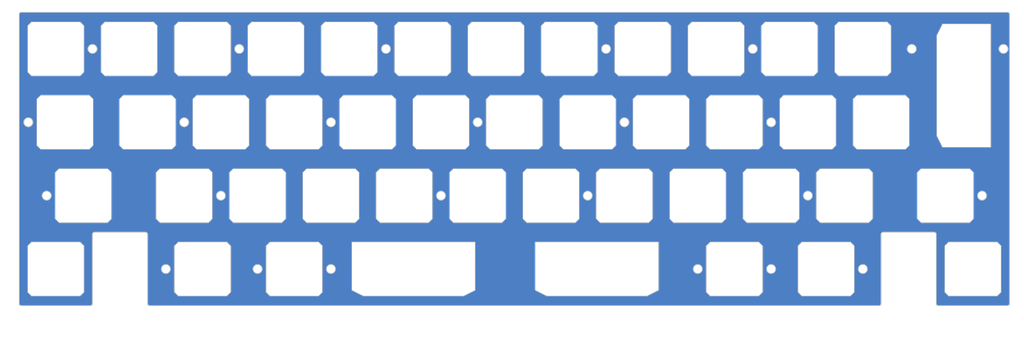
<source format=kicad_pcb>
(kicad_pcb (version 20221018) (generator pcbnew)
  (layers (0 "F.Cu" signal) (31 "B.Cu" signal) (34 "B.Paste" user) (35 "F.Paste" user) (36 "B.SilkS" user "B.Silkscreen") (37 "F.SilkS" user "F.Silkscreen") (38 "B.Mask" user) (39 "F.Mask" user) (44 "Edge.Cuts" user))
  (net 0 "")
  (net 1 "GND")
  (footprint "cipulot_parts:ecs_plate_cut_1U" (layer "F.Cu") (at 227.0125 91.28125)
    (fp_text reference "REF**")
    (fp_text value "Value " hide)
    (fp_line (start -7.3 -6) (end -7.3 6) (stroke (width 0.12)) (layer "Edge.Cuts"))
    (fp_line (start -7.3 6) (end -6.3 7) (stroke (width 0.12)) (layer "Edge.Cuts"))
    (fp_line (start -6.3 -7) (end -7.3 -6) (stroke (width 0.12)) (layer "Edge.Cuts"))
    (fp_line (start -6.3 7) (end 6.3 7) (stroke (width 0.12)) (layer "Edge.Cuts"))
    (fp_line (start 6.3 -7) (end -6.3 -7) (stroke (width 0.12)) (layer "Edge.Cuts"))
    (fp_line (start 6.3 -7) (end 7.3 -6) (stroke (width 0.12)) (layer "Edge.Cuts"))
    (fp_line (start 6.3 7) (end 7.3 6) (stroke (width 0.12)) (layer "Edge.Cuts"))
    (fp_line (start 7.3 6) (end 7.3 -6) (stroke (width 0.12)) (layer "Edge.Cuts"))
  )
  (footprint "cipulot_parts:ecs_plate_cut_2U" (layer "F.Cu") (at 167.48125 91.28125)
    (fp_text reference "REF**")
    (fp_text value "Value " hide)
    (fp_line (start -16 -7) (end 16 -7) (stroke (width 0.12)) (layer "Edge.Cuts"))
    (fp_line (start -16 0) (end -16 -7) (stroke (width 0.12)) (layer "Edge.Cuts"))
    (fp_line (start -16 0) (end -16 5.5) (stroke (width 0.12)) (layer "Edge.Cuts"))
    (fp_line (start -16 5.5) (end -13 7) (stroke (width 0.12)) (layer "Edge.Cuts"))
    (fp_line (start 13 7) (end -13 7) (stroke (width 0.12)) (layer "Edge.Cuts"))
    (fp_line (start 16 -7) (end 16 0) (stroke (width 0.12)) (layer "Edge.Cuts"))
    (fp_line (start 16 0) (end 16 5.5) (stroke (width 0.12)) (layer "Edge.Cuts"))
    (fp_line (start 16 5.5) (end 13 7) (stroke (width 0.12)) (layer "Edge.Cuts"))
  )
  (footprint "cipulot_parts:ecs_plate_cut_1U" (layer "F.Cu") (at 26.9875 91.28125)
    (fp_text reference "REF**")
    (fp_text value "Value " hide)
    (fp_line (start -7.3 -6) (end -7.3 6) (stroke (width 0.12)) (layer "Edge.Cuts"))
    (fp_line (start -7.3 6) (end -6.3 7) (stroke (width 0.12)) (layer "Edge.Cuts"))
    (fp_line (start -6.3 -7) (end -7.3 -6) (stroke (width 0.12)) (layer "Edge.Cuts"))
    (fp_line (start -6.3 7) (end 6.3 7) (stroke (width 0.12)) (layer "Edge.Cuts"))
    (fp_line (start 6.3 -7) (end -6.3 -7) (stroke (width 0.12)) (layer "Edge.Cuts"))
    (fp_line (start 6.3 -7) (end 7.3 -6) (stroke (width 0.12)) (layer "Edge.Cuts"))
    (fp_line (start 6.3 7) (end 7.3 6) (stroke (width 0.12)) (layer "Edge.Cuts"))
    (fp_line (start 7.3 6) (end 7.3 -6) (stroke (width 0.12)) (layer "Edge.Cuts"))
  )
  (footprint "cipulot_parts:ecs_plate_cut_1U" (layer "F.Cu") (at 136.525 72.23125)
    (fp_text reference "REF**")
    (fp_text value "Value " hide)
    (fp_line (start -7.3 -6) (end -7.3 6) (stroke (width 0.12)) (layer "Edge.Cuts"))
    (fp_line (start -7.3 6) (end -6.3 7) (stroke (width 0.12)) (layer "Edge.Cuts"))
    (fp_line (start -6.3 -7) (end -7.3 -6) (stroke (width 0.12)) (layer "Edge.Cuts"))
    (fp_line (start -6.3 7) (end 6.3 7) (stroke (width 0.12)) (layer "Edge.Cuts"))
    (fp_line (start 6.3 -7) (end -6.3 -7) (stroke (width 0.12)) (layer "Edge.Cuts"))
    (fp_line (start 6.3 -7) (end 7.3 -6) (stroke (width 0.12)) (layer "Edge.Cuts"))
    (fp_line (start 6.3 7) (end 7.3 6) (stroke (width 0.12)) (layer "Edge.Cuts"))
    (fp_line (start 7.3 6) (end 7.3 -6) (stroke (width 0.12)) (layer "Edge.Cuts"))
  )
  (footprint "cipulot_parts:ecs_plate_cut_2U" (layer "F.Cu") (at 119.85625 91.28125)
    (fp_text reference "REF**")
    (fp_text value "Value " hide)
    (fp_line (start -16 -7) (end 16 -7) (stroke (width 0.12)) (layer "Edge.Cuts"))
    (fp_line (start -16 0) (end -16 -7) (stroke (width 0.12)) (layer "Edge.Cuts"))
    (fp_line (start -16 0) (end -16 5.5) (stroke (width 0.12)) (layer "Edge.Cuts"))
    (fp_line (start -16 5.5) (end -13 7) (stroke (width 0.12)) (layer "Edge.Cuts"))
    (fp_line (start 13 7) (end -13 7) (stroke (width 0.12)) (layer "Edge.Cuts"))
    (fp_line (start 16 -7) (end 16 0) (stroke (width 0.12)) (layer "Edge.Cuts"))
    (fp_line (start 16 0) (end 16 5.5) (stroke (width 0.12)) (layer "Edge.Cuts"))
    (fp_line (start 16 5.5) (end 13 7) (stroke (width 0.12)) (layer "Edge.Cuts"))
  )
  (footprint "cipulot_parts:ecs_plate_cut_1U" (layer "F.Cu") (at 146.05 53.18125)
    (fp_text reference "REF**")
    (fp_text value "Value " hide)
    (fp_line (start -7.3 -6) (end -7.3 6) (stroke (width 0.12)) (layer "Edge.Cuts"))
    (fp_line (start -7.3 6) (end -6.3 7) (stroke (width 0.12)) (layer "Edge.Cuts"))
    (fp_line (start -6.3 -7) (end -7.3 -6) (stroke (width 0.12)) (layer "Edge.Cuts"))
    (fp_line (start -6.3 7) (end 6.3 7) (stroke (width 0.12)) (layer "Edge.Cuts"))
    (fp_line (start 6.3 -7) (end -6.3 -7) (stroke (width 0.12)) (layer "Edge.Cuts"))
    (fp_line (start 6.3 -7) (end 7.3 -6) (stroke (width 0.12)) (layer "Edge.Cuts"))
    (fp_line (start 6.3 7) (end 7.3 6) (stroke (width 0.12)) (layer "Edge.Cuts"))
    (fp_line (start 7.3 6) (end 7.3 -6) (stroke (width 0.12)) (layer "Edge.Cuts"))
  )
  (footprint "cipulot_parts:ecs_plate_cut_1U" (layer "F.Cu") (at 46.0375 34.13125)
    (fp_text reference "REF**")
    (fp_text value "Value " hide)
    (fp_line (start -7.3 -6) (end -7.3 6) (stroke (width 0.12)) (layer "Edge.Cuts"))
    (fp_line (start -7.3 6) (end -6.3 7) (stroke (width 0.12)) (layer "Edge.Cuts"))
    (fp_line (start -6.3 -7) (end -7.3 -6) (stroke (width 0.12)) (layer "Edge.Cuts"))
    (fp_line (start -6.3 7) (end 6.3 7) (stroke (width 0.12)) (layer "Edge.Cuts"))
    (fp_line (start 6.3 -7) (end -6.3 -7) (stroke (width 0.12)) (layer "Edge.Cuts"))
    (fp_line (start 6.3 -7) (end 7.3 -6) (stroke (width 0.12)) (layer "Edge.Cuts"))
    (fp_line (start 6.3 7) (end 7.3 6) (stroke (width 0.12)) (layer "Edge.Cuts"))
    (fp_line (start 7.3 6) (end 7.3 -6) (stroke (width 0.12)) (layer "Edge.Cuts"))
  )
  (footprint "cipulot_parts:ecs_plate_cut_1U" (layer "F.Cu") (at 79.375 72.23125)
    (fp_text reference "REF**")
    (fp_text value "Value " hide)
    (fp_line (start -7.3 -6) (end -7.3 6) (stroke (width 0.12)) (layer "Edge.Cuts"))
    (fp_line (start -7.3 6) (end -6.3 7) (stroke (width 0.12)) (layer "Edge.Cuts"))
    (fp_line (start -6.3 -7) (end -7.3 -6) (stroke (width 0.12)) (layer "Edge.Cuts"))
    (fp_line (start -6.3 7) (end 6.3 7) (stroke (width 0.12)) (layer "Edge.Cuts"))
    (fp_line (start 6.3 -7) (end -6.3 -7) (stroke (width 0.12)) (layer "Edge.Cuts"))
    (fp_line (start 6.3 -7) (end 7.3 -6) (stroke (width 0.12)) (layer "Edge.Cuts"))
    (fp_line (start 6.3 7) (end 7.3 6) (stroke (width 0.12)) (layer "Edge.Cuts"))
    (fp_line (start 7.3 6) (end 7.3 -6) (stroke (width 0.12)) (layer "Edge.Cuts"))
  )
  (footprint "cipulot_parts:ecs_plate_cut_1U" (layer "F.Cu") (at 88.9 53.18125)
    (fp_text reference "REF**")
    (fp_text value "Value " hide)
    (fp_line (start -7.3 -6) (end -7.3 6) (stroke (width 0.12)) (layer "Edge.Cuts"))
    (fp_line (start -7.3 6) (end -6.3 7) (stroke (width 0.12)) (layer "Edge.Cuts"))
    (fp_line (start -6.3 -7) (end -7.3 -6) (stroke (width 0.12)) (layer "Edge.Cuts"))
    (fp_line (start -6.3 7) (end 6.3 7) (stroke (width 0.12)) (layer "Edge.Cuts"))
    (fp_line (start 6.3 -7) (end -6.3 -7) (stroke (width 0.12)) (layer "Edge.Cuts"))
    (fp_line (start 6.3 -7) (end 7.3 -6) (stroke (width 0.12)) (layer "Edge.Cuts"))
    (fp_line (start 6.3 7) (end 7.3 6) (stroke (width 0.12)) (layer "Edge.Cuts"))
    (fp_line (start 7.3 6) (end 7.3 -6) (stroke (width 0.12)) (layer "Edge.Cuts"))
  )
  (footprint "cipulot_parts:ecs_plate_cut_1U" (layer "F.Cu") (at 127 53.18125)
    (fp_text reference "REF**")
    (fp_text value "Value " hide)
    (fp_line (start -7.3 -6) (end -7.3 6) (stroke (width 0.12)) (layer "Edge.Cuts"))
    (fp_line (start -7.3 6) (end -6.3 7) (stroke (width 0.12)) (layer "Edge.Cuts"))
    (fp_line (start -6.3 -7) (end -7.3 -6) (stroke (width 0.12)) (layer "Edge.Cuts"))
    (fp_line (start -6.3 7) (end 6.3 7) (stroke (width 0.12)) (layer "Edge.Cuts"))
    (fp_line (start 6.3 -7) (end -6.3 -7) (stroke (width 0.12)) (layer "Edge.Cuts"))
    (fp_line (start 6.3 -7) (end 7.3 -6) (stroke (width 0.12)) (layer "Edge.Cuts"))
    (fp_line (start 6.3 7) (end 7.3 6) (stroke (width 0.12)) (layer "Edge.Cuts"))
    (fp_line (start 7.3 6) (end 7.3 -6) (stroke (width 0.12)) (layer "Edge.Cuts"))
  )
  (footprint "cipulot_parts:ecs_plate_cut_1U" (layer "F.Cu") (at 198.4375 34.13125)
    (fp_text reference "REF**")
    (fp_text value "Value " hide)
    (fp_line (start -7.3 -6) (end -7.3 6) (stroke (width 0.12)) (layer "Edge.Cuts"))
    (fp_line (start -7.3 6) (end -6.3 7) (stroke (width 0.12)) (layer "Edge.Cuts"))
    (fp_line (start -6.3 -7) (end -7.3 -6) (stroke (width 0.12)) (layer "Edge.Cuts"))
    (fp_line (start -6.3 7) (end 6.3 7) (stroke (width 0.12)) (layer "Edge.Cuts"))
    (fp_line (start 6.3 -7) (end -6.3 -7) (stroke (width 0.12)) (layer "Edge.Cuts"))
    (fp_line (start 6.3 -7) (end 7.3 -6) (stroke (width 0.12)) (layer "Edge.Cuts"))
    (fp_line (start 6.3 7) (end 7.3 6) (stroke (width 0.12)) (layer "Edge.Cuts"))
    (fp_line (start 7.3 6) (end 7.3 -6) (stroke (width 0.12)) (layer "Edge.Cuts"))
  )
  (footprint "cipulot_parts:ecs_plate_cut_1U" (layer "F.Cu") (at 203.2 53.18125)
    (fp_text reference "REF**")
    (fp_text value "Value " hide)
    (fp_line (start -7.3 -6) (end -7.3 6) (stroke (width 0.12)) (layer "Edge.Cuts"))
    (fp_line (start -7.3 6) (end -6.3 7) (stroke (width 0.12)) (layer "Edge.Cuts"))
    (fp_line (start -6.3 -7) (end -7.3 -6) (stroke (width 0.12)) (layer "Edge.Cuts"))
    (fp_line (start -6.3 7) (end 6.3 7) (stroke (width 0.12)) (layer "Edge.Cuts"))
    (fp_line (start 6.3 -7) (end -6.3 -7) (stroke (width 0.12)) (layer "Edge.Cuts"))
    (fp_line (start 6.3 -7) (end 7.3 -6) (stroke (width 0.12)) (layer "Edge.Cuts"))
    (fp_line (start 6.3 7) (end 7.3 6) (stroke (width 0.12)) (layer "Edge.Cuts"))
    (fp_line (start 7.3 6) (end 7.3 -6) (stroke (width 0.12)) (layer "Edge.Cuts"))
  )
  (footprint "cipulot_parts:ecs_plate_cut_1U" (layer "F.Cu") (at 165.1 53.18125)
    (fp_text reference "REF**")
    (fp_text value "Value " hide)
    (fp_line (start -7.3 -6) (end -7.3 6) (stroke (width 0.12)) (layer "Edge.Cuts"))
    (fp_line (start -7.3 6) (end -6.3 7) (stroke (width 0.12)) (layer "Edge.Cuts"))
    (fp_line (start -6.3 -7) (end -7.3 -6) (stroke (width 0.12)) (layer "Edge.Cuts"))
    (fp_line (start -6.3 7) (end 6.3 7) (stroke (width 0.12)) (layer "Edge.Cuts"))
    (fp_line (start 6.3 -7) (end -6.3 -7) (stroke (width 0.12)) (layer "Edge.Cuts"))
    (fp_line (start 6.3 -7) (end 7.3 -6) (stroke (width 0.12)) (layer "Edge.Cuts"))
    (fp_line (start 6.3 7) (end 7.3 6) (stroke (width 0.12)) (layer "Edge.Cuts"))
    (fp_line (start 7.3 6) (end 7.3 -6) (stroke (width 0.12)) (layer "Edge.Cuts"))
  )
  (footprint "cipulot_parts:ecs_plate_cut_1U" (layer "F.Cu") (at 217.4875 34.13125)
    (fp_text reference "REF**")
    (fp_text value "Value " hide)
    (fp_line (start -7.3 -6) (end -7.3 6) (stroke (width 0.12)) (layer "Edge.Cuts"))
    (fp_line (start -7.3 6) (end -6.3 7) (stroke (width 0.12)) (layer "Edge.Cuts"))
    (fp_line (start -6.3 -7) (end -7.3 -6) (stroke (width 0.12)) (layer "Edge.Cuts"))
    (fp_line (start -6.3 7) (end 6.3 7) (stroke (width 0.12)) (layer "Edge.Cuts"))
    (fp_line (start 6.3 -7) (end -6.3 -7) (stroke (width 0.12)) (layer "Edge.Cuts"))
    (fp_line (start 6.3 -7) (end 7.3 -6) (stroke (width 0.12)) (layer "Edge.Cuts"))
    (fp_line (start 6.3 7) (end 7.3 6) (stroke (width 0.12)) (layer "Edge.Cuts"))
    (fp_line (start 7.3 6) (end 7.3 -6) (stroke (width 0.12)) (layer "Edge.Cuts"))
  )
  (footprint "cipulot_parts:ecs_plate_cut_1U" (layer "F.Cu") (at 117.475 72.23125)
    (fp_text reference "REF**")
    (fp_text value "Value " hide)
    (fp_line (start -7.3 -6) (end -7.3 6) (stroke (width 0.12)) (layer "Edge.Cuts"))
    (fp_line (start -7.3 6) (end -6.3 7) (stroke (width 0.12)) (layer "Edge.Cuts"))
    (fp_line (start -6.3 -7) (end -7.3 -6) (stroke (width 0.12)) (layer "Edge.Cuts"))
    (fp_line (start -6.3 7) (end 6.3 7) (stroke (width 0.12)) (layer "Edge.Cuts"))
    (fp_line (start 6.3 -7) (end -6.3 -7) (stroke (width 0.12)) (layer "Edge.Cuts"))
    (fp_line (start 6.3 -7) (end 7.3 -6) (stroke (width 0.12)) (layer "Edge.Cuts"))
    (fp_line (start 6.3 7) (end 7.3 6) (stroke (width 0.12)) (layer "Edge.Cuts"))
    (fp_line (start 7.3 6) (end 7.3 -6) (stroke (width 0.12)) (layer "Edge.Cuts"))
  )
  (footprint "cipulot_parts:ecs_plate_cut_1U" (layer "F.Cu") (at 84.137501 34.13125)
    (fp_text reference "REF**")
    (fp_text value "Value " hide)
    (fp_line (start -7.3 -6) (end -7.3 6) (stroke (width 0.12)) (layer "Edge.Cuts"))
    (fp_line (start -7.3 6) (end -6.3 7) (stroke (width 0.12)) (layer "Edge.Cuts"))
    (fp_line (start -6.3 -7) (end -7.3 -6) (stroke (width 0.12)) (layer "Edge.Cuts"))
    (fp_line (start -6.3 7) (end 6.3 7) (stroke (width 0.12)) (layer "Edge.Cuts"))
    (fp_line (start 6.3 -7) (end -6.3 -7) (stroke (width 0.12)) (layer "Edge.Cuts"))
    (fp_line (start 6.3 -7) (end 7.3 -6) (stroke (width 0.12)) (layer "Edge.Cuts"))
    (fp_line (start 6.3 7) (end 7.3 6) (stroke (width 0.12)) (layer "Edge.Cuts"))
    (fp_line (start 7.3 6) (end 7.3 -6) (stroke (width 0.12)) (layer "Edge.Cuts"))
  )
  (footprint "cipulot_parts:ecs_plate_cut_1U" (layer "F.Cu") (at 34.13125 72.23125)
    (fp_text reference "REF**")
    (fp_text value "Value " hide)
    (fp_line (start -7.3 -6) (end -7.3 6) (stroke (width 0.12)) (layer "Edge.Cuts"))
    (fp_line (start -7.3 6) (end -6.3 7) (stroke (width 0.12)) (layer "Edge.Cuts"))
    (fp_line (start -6.3 -7) (end -7.3 -6) (stroke (width 0.12)) (layer "Edge.Cuts"))
    (fp_line (start -6.3 7) (end 6.3 7) (stroke (width 0.12)) (layer "Edge.Cuts"))
    (fp_line (start 6.3 -7) (end -6.3 -7) (stroke (width 0.12)) (layer "Edge.Cuts"))
    (fp_line (start 6.3 -7) (end 7.3 -6) (stroke (width 0.12)) (layer "Edge.Cuts"))
    (fp_line (start 6.3 7) (end 7.3 6) (stroke (width 0.12)) (layer "Edge.Cuts"))
    (fp_line (start 7.3 6) (end 7.3 -6) (stroke (width 0.12)) (layer "Edge.Cuts"))
  )
  (footprint "cipulot_parts:ecs_plate_cut_1U" (layer "F.Cu") (at 155.575 72.23125)
    (fp_text reference "REF**")
    (fp_text value "Value " hide)
    (fp_line (start -7.3 -6) (end -7.3 6) (stroke (width 0.12)) (layer "Edge.Cuts"))
    (fp_line (start -7.3 6) (end -6.3 7) (stroke (width 0.12)) (layer "Edge.Cuts"))
    (fp_line (start -6.3 -7) (end -7.3 -6) (stroke (width 0.12)) (layer "Edge.Cuts"))
    (fp_line (start -6.3 7) (end 6.3 7) (stroke (width 0.12)) (layer "Edge.Cuts"))
    (fp_line (start 6.3 -7) (end -6.3 -7) (stroke (width 0.12)) (layer "Edge.Cuts"))
    (fp_line (start 6.3 -7) (end 7.3 -6) (stroke (width 0.12)) (layer "Edge.Cuts"))
    (fp_line (start 6.3 7) (end 7.3 6) (stroke (width 0.12)) (layer "Edge.Cuts"))
    (fp_line (start 7.3 6) (end 7.3 -6) (stroke (width 0.12)) (layer "Edge.Cuts"))
  )
  (footprint "cipulot_parts:ecs_plate_cut_1U" (layer "F.Cu") (at 60.325 72.23125)
    (fp_text reference "REF**")
    (fp_text value "Value " hide)
    (fp_line (start -7.3 -6) (end -7.3 6) (stroke (width 0.12)) (layer "Edge.Cuts"))
    (fp_line (start -7.3 6) (end -6.3 7) (stroke (width 0.12)) (layer "Edge.Cuts"))
    (fp_line (start -6.3 -7) (end -7.3 -6) (stroke (width 0.12)) (layer "Edge.Cuts"))
    (fp_line (start -6.3 7) (end 6.3 7) (stroke (width 0.12)) (layer "Edge.Cuts"))
    (fp_line (start 6.3 -7) (end -6.3 -7) (stroke (width 0.12)) (layer "Edge.Cuts"))
    (fp_line (start 6.3 -7) (end 7.3 -6) (stroke (width 0.12)) (layer "Edge.Cuts"))
    (fp_line (start 6.3 7) (end 7.3 6) (stroke (width 0.12)) (layer "Edge.Cuts"))
    (fp_line (start 7.3 6) (end 7.3 -6) (stroke (width 0.12)) (layer "Edge.Cuts"))
  )
  (footprint "cipulot_parts:ecs_plate_cut_1U" (layer "F.Cu") (at 50.8 53.18125)
    (fp_text reference "REF**")
    (fp_text value "Value " hide)
    (fp_line (start -7.3 -6) (end -7.3 6) (stroke (width 0.12)) (layer "Edge.Cuts"))
    (fp_line (start -7.3 6) (end -6.3 7) (stroke (width 0.12)) (layer "Edge.Cuts"))
    (fp_line (start -6.3 -7) (end -7.3 -6) (stroke (width 0.12)) (layer "Edge.Cuts"))
    (fp_line (start -6.3 7) (end 6.3 7) (stroke (width 0.12)) (layer "Edge.Cuts"))
    (fp_line (start 6.3 -7) (end -6.3 -7) (stroke (width 0.12)) (layer "Edge.Cuts"))
    (fp_line (start 6.3 -7) (end 7.3 -6) (stroke (width 0.12)) (layer "Edge.Cuts"))
    (fp_line (start 6.3 7) (end 7.3 6) (stroke (width 0.12)) (layer "Edge.Cuts"))
    (fp_line (start 7.3 6) (end 7.3 -6) (stroke (width 0.12)) (layer "Edge.Cuts"))
  )
  (footprint "cipulot_parts:ecs_plate_cut_1U" (layer "F.Cu") (at 107.95 53.18125)
    (fp_text reference "REF**")
    (fp_text value "Value " hide)
    (fp_line (start -7.3 -6) (end -7.3 6) (stroke (width 0.12)) (layer "Edge.Cuts"))
    (fp_line (start -7.3 6) (end -6.3 7) (stroke (width 0.12)) (layer "Edge.Cuts"))
    (fp_line (start -6.3 -7) (end -7.3 -6) (stroke (width 0.12)) (layer "Edge.Cuts"))
    (fp_line (start -6.3 7) (end 6.3 7) (stroke (width 0.12)) (layer "Edge.Cuts"))
    (fp_line (start 6.3 -7) (end -6.3 -7) (stroke (width 0.12)) (layer "Edge.Cuts"))
    (fp_line (start 6.3 -7) (end 7.3 -6) (stroke (width 0.12)) (layer "Edge.Cuts"))
    (fp_line (start 6.3 7) (end 7.3 6) (stroke (width 0.12)) (layer "Edge.Cuts"))
    (fp_line (start 7.3 6) (end 7.3 -6) (stroke (width 0.12)) (layer "Edge.Cuts"))
  )
  (footprint "cipulot_parts:ecs_plate_cut_1U" (layer "F.Cu") (at 65.0875 34.13125)
    (fp_text reference "REF**")
    (fp_text value "Value " hide)
    (fp_line (start -7.3 -6) (end -7.3 6) (stroke (width 0.12)) (layer "Edge.Cuts"))
    (fp_line (start -7.3 6) (end -6.3 7) (stroke (width 0.12)) (layer "Edge.Cuts"))
    (fp_line (start -6.3 -7) (end -7.3 -6) (stroke (width 0.12)) (layer "Edge.Cuts"))
    (fp_line (start -6.3 7) (end 6.3 7) (stroke (width 0.12)) (layer "Edge.Cuts"))
    (fp_line (start 6.3 -7) (end -6.3 -7) (stroke (width 0.12)) (layer "Edge.Cuts"))
    (fp_line (start 6.3 -7) (end 7.3 -6) (stroke (width 0.12)) (layer "Edge.Cuts"))
    (fp_line (start 6.3 7) (end 7.3 6) (stroke (width 0.12)) (layer "Edge.Cuts"))
    (fp_line (start 7.3 6) (end 7.3 -6) (stroke (width 0.12)) (layer "Edge.Cuts"))
  )
  (footprint "cipulot_parts:ecs_plate_cut_1U" (layer "F.Cu") (at 141.2875 34.13125)
    (fp_text reference "REF**")
    (fp_text value "Value " hide)
    (fp_line (start -7.3 -6) (end -7.3 6) (stroke (width 0.12)) (layer "Edge.Cuts"))
    (fp_line (start -7.3 6) (end -6.3 7) (stroke (width 0.12)) (layer "Edge.Cuts"))
    (fp_line (start -6.3 -7) (end -7.3 -6) (stroke (width 0.12)) (layer "Edge.Cuts"))
    (fp_line (start -6.3 7) (end 6.3 7) (stroke (width 0.12)) (layer "Edge.Cuts"))
    (fp_line (start 6.3 -7) (end -6.3 -7) (stroke (width 0.12)) (layer "Edge.Cuts"))
    (fp_line (start 6.3 -7) (end 7.3 -6) (stroke (width 0.12)) (layer "Edge.Cuts"))
    (fp_line (start 6.3 7) (end 7.3 6) (stroke (width 0.12)) (layer "Edge.Cuts"))
    (fp_line (start 7.3 6) (end 7.3 -6) (stroke (width 0.12)) (layer "Edge.Cuts"))
  )
  (footprint "cipulot_parts:ecs_plate_cut_1U" (layer "F.Cu") (at 29.36875 53.18125)
    (fp_text reference "REF**")
    (fp_text value "Value " hide)
    (fp_line (start -7.3 -6) (end -7.3 6) (stroke (width 0.12)) (layer "Edge.Cuts"))
    (fp_line (start -7.3 6) (end -6.3 7) (stroke (width 0.12)) (layer "Edge.Cuts"))
    (fp_line (start -6.3 -7) (end -7.3 -6) (stroke (width 0.12)) (layer "Edge.Cuts"))
    (fp_line (start -6.3 7) (end 6.3 7) (stroke (width 0.12)) (layer "Edge.Cuts"))
    (fp_line (start 6.3 -7) (end -6.3 -7) (stroke (width 0.12)) (layer "Edge.Cuts"))
    (fp_line (start 6.3 -7) (end 7.3 -6) (stroke (width 0.12)) (layer "Edge.Cuts"))
    (fp_line (start 6.3 7) (end 7.3 6) (stroke (width 0.12)) (layer "Edge.Cuts"))
    (fp_line (start 7.3 6) (end 7.3 -6) (stroke (width 0.12)) (layer "Edge.Cuts"))
  )
  (footprint "cipulot_parts:ecs_plate_cut_1U" (layer "F.Cu") (at 160.3375 34.13125)
    (fp_text reference "REF**")
    (fp_text value "Value " hide)
    (fp_line (start -7.3 -6) (end -7.3 6) (stroke (width 0.12)) (layer "Edge.Cuts"))
    (fp_line (start -7.3 6) (end -6.3 7) (stroke (width 0.12)) (layer "Edge.Cuts"))
    (fp_line (start -6.3 -7) (end -7.3 -6) (stroke (width 0.12)) (layer "Edge.Cuts"))
    (fp_line (start -6.3 7) (end 6.3 7) (stroke (width 0.12)) (layer "Edge.Cuts"))
    (fp_line (start 6.3 -7) (end -6.3 -7) (stroke (width 0.12)) (layer "Edge.Cuts"))
    (fp_line (start 6.3 -7) (end 7.3 -6) (stroke (width 0.12)) (layer "Edge.Cuts"))
    (fp_line (start 6.3 7) (end 7.3 6) (stroke (width 0.12)) (layer "Edge.Cuts"))
    (fp_line (start 7.3 6) (end 7.3 -6) (stroke (width 0.12)) (layer "Edge.Cuts"))
  )
  (footprint "cipulot_parts:ecs_plate_cut_1U" (layer "F.Cu") (at 122.2375 34.13125)
    (fp_text reference "REF**")
    (fp_text value "Value " hide)
    (fp_line (start -7.3 -6) (end -7.3 6) (stroke (width 0.12)) (layer "Edge.Cuts"))
    (fp_line (start -7.3 6) (end -6.3 7) (stroke (width 0.12)) (layer "Edge.Cuts"))
    (fp_line (start -6.3 -7) (end -7.3 -6) (stroke (width 0.12)) (layer "Edge.Cuts"))
    (fp_line (start -6.3 7) (end 6.3 7) (stroke (width 0.12)) (layer "Edge.Cuts"))
    (fp_line (start 6.3 -7) (end -6.3 -7) (stroke (width 0.12)) (layer "Edge.Cuts"))
    (fp_line (start 6.3 -7) (end 7.3 -6) (stroke (width 0.12)) (layer "Edge.Cuts"))
    (fp_line (start 6.3 7) (end 7.3 6) (stroke (width 0.12)) (layer "Edge.Cuts"))
    (fp_line (start 7.3 6) (end 7.3 -6) (stroke (width 0.12)) (layer "Edge.Cuts"))
  )
  (footprint "cipulot_parts:ecs_plate_cut_1U" (layer "F.Cu") (at 212.725 72.23125)
    (fp_text reference "REF**")
    (fp_text value "Value " hide)
    (fp_line (start -7.3 -6) (end -7.3 6) (stroke (width 0.12)) (layer "Edge.Cuts"))
    (fp_line (start -7.3 6) (end -6.3 7) (stroke (width 0.12)) (layer "Edge.Cuts"))
    (fp_line (start -6.3 -7) (end -7.3 -6) (stroke (width 0.12)) (layer "Edge.Cuts"))
    (fp_line (start -6.3 7) (end 6.3 7) (stroke (width 0.12)) (layer "Edge.Cuts"))
    (fp_line (start 6.3 -7) (end -6.3 -7) (stroke (width 0.12)) (layer "Edge.Cuts"))
    (fp_line (start 6.3 -7) (end 7.3 -6) (stroke (width 0.12)) (layer "Edge.Cuts"))
    (fp_line (start 6.3 7) (end 7.3 6) (stroke (width 0.12)) (layer "Edge.Cuts"))
    (fp_line (start 7.3 6) (end 7.3 -6) (stroke (width 0.12)) (layer "Edge.Cuts"))
  )
  (footprint "cipulot_parts:ecs_plate_cut_1U" (layer "F.Cu") (at 257.96875 72.23125)
    (fp_text reference "REF**")
    (fp_text value "Value " hide)
    (fp_line (start -7.3 -6) (end -7.3 6) (stroke (width 0.12)) (layer "Edge.Cuts"))
    (fp_line (start -7.3 6) (end -6.3 7) (stroke (width 0.12)) (layer "Edge.Cuts"))
    (fp_line (start -6.3 -7) (end -7.3 -6) (stroke (width 0.12)) (layer "Edge.Cuts"))
    (fp_line (start -6.3 7) (end 6.3 7) (stroke (width 0.12)) (layer "Edge.Cuts"))
    (fp_line (start 6.3 -7) (end -6.3 -7) (stroke (width 0.12)) (layer "Edge.Cuts"))
    (fp_line (start 6.3 -7) (end 7.3 -6) (stroke (width 0.12)) (layer "Edge.Cuts"))
    (fp_line (start 6.3 7) (end 7.3 6) (stroke (width 0.12)) (layer "Edge.Cuts"))
    (fp_line (start 7.3 6) (end 7.3 -6) (stroke (width 0.12)) (layer "Edge.Cuts"))
  )
  (footprint "cipulot_parts:ecs_plate_cut_1U" (layer "F.Cu") (at 69.85 53.18125)
    (fp_text reference "REF**")
    (fp_text value "Value " hide)
    (fp_line (start -7.3 -6) (end -7.3 6) (stroke (width 0.12)) (layer "Edge.Cuts"))
    (fp_line (start -7.3 6) (end -6.3 7) (stroke (width 0.12)) (layer "Edge.Cuts"))
    (fp_line (start -6.3 -7) (end -7.3 -6) (stroke (width 0.12)) (layer "Edge.Cuts"))
    (fp_line (start -6.3 7) (end 6.3 7) (stroke (width 0.12)) (layer "Edge.Cuts"))
    (fp_line (start 6.3 -7) (end -6.3 -7) (stroke (width 0.12)) (layer "Edge.Cuts"))
    (fp_line (start 6.3 -7) (end 7.3 -6) (stroke (width 0.12)) (layer "Edge.Cuts"))
    (fp_line (start 6.3 7) (end 7.3 6) (stroke (width 0.12)) (layer "Edge.Cuts"))
    (fp_line (start 7.3 6) (end 7.3 -6) (stroke (width 0.12)) (layer "Edge.Cuts"))
  )
  (footprint "cipulot_parts:ecs_plate_cut_1U" (layer "F.Cu") (at 88.9 91.28125)
    (fp_text reference "REF**")
    (fp_text value "Value " hide)
    (fp_line (start -7.3 -6) (end -7.3 6) (stroke (width 0.12)) (layer "Edge.Cuts"))
    (fp_line (start -7.3 6) (end -6.3 7) (stroke (width 0.12)) (layer "Edge.Cuts"))
    (fp_line (start -6.3 -7) (end -7.3 -6) (stroke (width 0.12)) (layer "Edge.Cuts"))
    (fp_line (start -6.3 7) (end 6.3 7) (stroke (width 0.12)) (layer "Edge.Cuts"))
    (fp_line (start 6.3 -7) (end -6.3 -7) (stroke (width 0.12)) (layer "Edge.Cuts"))
    (fp_line (start 6.3 -7) (end 7.3 -6) (stroke (width 0.12)) (layer "Edge.Cuts"))
    (fp_line (start 6.3 7) (end 7.3 6) (stroke (width 0.12)) (layer "Edge.Cuts"))
    (fp_line (start 7.3 6) (end 7.3 -6) (stroke (width 0.12)) (layer "Edge.Cuts"))
  )
  (footprint "cipulot_parts:ecs_plate_cut_1U" (layer "F.Cu") (at 203.2 91.28125)
    (fp_text reference "REF**")
    (fp_text value "Value " hide)
    (fp_line (start -7.3 -6) (end -7.3 6) (stroke (width 0.12)) (layer "Edge.Cuts"))
    (fp_line (start -7.3 6) (end -6.3 7) (stroke (width 0.12)) (layer "Edge.Cuts"))
    (fp_line (start -6.3 -7) (end -7.3 -6) (stroke (width 0.12)) (layer "Edge.Cuts"))
    (fp_line (start -6.3 7) (end 6.3 7) (stroke (width 0.12)) (layer "Edge.Cuts"))
    (fp_line (start 6.3 -7) (end -6.3 -7) (stroke (width 0.12)) (layer "Edge.Cuts"))
    (fp_line (start 6.3 -7) (end 7.3 -6) (stroke (width 0.12)) (layer "Edge.Cuts"))
    (fp_line (start 6.3 7) (end 7.3 6) (stroke (width 0.12)) (layer "Edge.Cuts"))
    (fp_line (start 7.3 6) (end 7.3 -6) (stroke (width 0.12)) (layer "Edge.Cuts"))
  )
  (footprint "cipulot_parts:ecs_plate_cut_1U" (layer "F.Cu") (at 231.775 72.23125)
    (fp_text reference "REF**")
    (fp_text value "Value " hide)
    (fp_line (start -7.3 -6) (end -7.3 6) (stroke (width 0.12)) (layer "Edge.Cuts"))
    (fp_line (start -7.3 6) (end -6.3 7) (stroke (width 0.12)) (layer "Edge.Cuts"))
    (fp_line (start -6.3 -7) (end -7.3 -6) (stroke (width 0.12)) (layer "Edge.Cuts"))
    (fp_line (start -6.3 7) (end 6.3 7) (stroke (width 0.12)) (layer "Edge.Cuts"))
    (fp_line (start 6.3 -7) (end -6.3 -7) (stroke (width 0.12)) (layer "Edge.Cuts"))
    (fp_line (start 6.3 -7) (end 7.3 -6) (stroke (width 0.12)) (layer "Edge.Cuts"))
    (fp_line (start 6.3 7) (end 7.3 6) (stroke (width 0.12)) (layer "Edge.Cuts"))
    (fp_line (start 7.3 6) (end 7.3 -6) (stroke (width 0.12)) (layer "Edge.Cuts"))
  )
  (footprint "cipulot_parts:ecs_plate_cut_1U" (layer "F.Cu") (at 174.625 72.23125)
    (fp_text reference "REF**")
    (fp_text value "Value " hide)
    (fp_line (start -7.3 -6) (end -7.3 6) (stroke (width 0.12)) (layer "Edge.Cuts"))
    (fp_line (start -7.3 6) (end -6.3 7) (stroke (width 0.12)) (layer "Edge.Cuts"))
    (fp_line (start -6.3 -7) (end -7.3 -6) (stroke (width 0.12)) (layer "Edge.Cuts"))
    (fp_line (start -6.3 7) (end 6.3 7) (stroke (width 0.12)) (layer "Edge.Cuts"))
    (fp_line (start 6.3 -7) (end -6.3 -7) (stroke (width 0.12)) (layer "Edge.Cuts"))
    (fp_line (start 6.3 -7) (end 7.3 -6) (stroke (width 0.12)) (layer "Edge.Cuts"))
    (fp_line (start 6.3 7) (end 7.3 6) (stroke (width 0.12)) (layer "Edge.Cuts"))
    (fp_line (start 7.3 6) (end 7.3 -6) (stroke (width 0.12)) (layer "Edge.Cuts"))
  )
  (footprint "cipulot_parts:ecs_plate_cut_1U" (layer "F.Cu") (at 98.425 72.23125)
    (fp_text reference "REF**")
    (fp_text value "Value " hide)
    (fp_line (start -7.3 -6) (end -7.3 6) (stroke (width 0.12)) (layer "Edge.Cuts"))
    (fp_line (start -7.3 6) (end -6.3 7) (stroke (width 0.12)) (layer "Edge.Cuts"))
    (fp_line (start -6.3 -7) (end -7.3 -6) (stroke (width 0.12)) (layer "Edge.Cuts"))
    (fp_line (start -6.3 7) (end 6.3 7) (stroke (width 0.12)) (layer "Edge.Cuts"))
    (fp_line (start 6.3 -7) (end -6.3 -7) (stroke (width 0.12)) (layer "Edge.Cuts"))
    (fp_line (start 6.3 -7) (end 7.3 -6) (stroke (width 0.12)) (layer "Edge.Cuts"))
    (fp_line (start 6.3 7) (end 7.3 6) (stroke (width 0.12)) (layer "Edge.Cuts"))
    (fp_line (start 7.3 6) (end 7.3 -6) (stroke (width 0.12)) (layer "Edge.Cuts"))
  )
  (footprint "cipulot_parts:ecs_plate_cut_1U" (layer "F.Cu") (at 222.25 53.18125)
    (fp_text reference "REF**")
    (fp_text value "Value " hide)
    (fp_line (start -7.3 -6) (end -7.3 6) (stroke (width 0.12)) (layer "Edge.Cuts"))
    (fp_line (start -7.3 6) (end -6.3 7) (stroke (width 0.12)) (layer "Edge.Cuts"))
    (fp_line (start -6.3 -7) (end -7.3 -6) (stroke (width 0.12)) (layer "Edge.Cuts"))
    (fp_line (start -6.3 7) (end 6.3 7) (stroke (width 0.12)) (layer "Edge.Cuts"))
    (fp_line (start 6.3 -7) (end -6.3 -7) (stroke (width 0.12)) (layer "Edge.Cuts"))
    (fp_line (start 6.3 -7) (end 7.3 -6) (stroke (width 0.12)) (layer "Edge.Cuts"))
    (fp_line (start 6.3 7) (end 7.3 6) (stroke (width 0.12)) (layer "Edge.Cuts"))
    (fp_line (start 7.3 6) (end 7.3 -6) (stroke (width 0.12)) (layer "Edge.Cuts"))
  )
  (footprint "cipulot_parts:ecs_plate_cut_1U" (layer "F.Cu") (at 236.5375 34.13125)
    (fp_text reference "REF**")
    (fp_text value "Value " hide)
    (fp_line (start -7.3 -6) (end -7.3 6) (stroke (width 0.12)) (layer "Edge.Cuts"))
    (fp_line (start -7.3 6) (end -6.3 7) (stroke (width 0.12)) (layer "Edge.Cuts"))
    (fp_line (start -6.3 -7) (end -7.3 -6) (stroke (width 0.12)) (layer "Edge.Cuts"))
    (fp_line (start -6.3 7) (end 6.3 7) (stroke (width 0.12)) (layer "Edge.Cuts"))
    (fp_line (start 6.3 -7) (end -6.3 -7) (stroke (width 0.12)) (layer "Edge.Cuts"))
    (fp_line (start 6.3 -7) (end 7.3 -6) (stroke (width 0.12)) (layer "Edge.Cuts"))
    (fp_line (start 6.3 7) (end 7.3 6) (stroke (width 0.12)) (layer "Edge.Cuts"))
    (fp_line (start 7.3 6) (end 7.3 -6) (stroke (width 0.12)) (layer "Edge.Cuts"))
  )
  (footprint "cipulot_parts:ecs_plate_cut_1U" (layer "F.Cu") (at 193.675 72.23125)
    (fp_text reference "REF**")
    (fp_text value "Value " hide)
    (fp_line (start -7.3 -6) (end -7.3 6) (stroke (width 0.12)) (layer "Edge.Cuts"))
    (fp_line (start -7.3 6) (end -6.3 7) (stroke (width 0.12)) (layer "Edge.Cuts"))
    (fp_line (start -6.3 -7) (end -7.3 -6) (stroke (width 0.12)) (layer "Edge.Cuts"))
    (fp_line (start -6.3 7) (end 6.3 7) (stroke (width 0.12)) (layer "Edge.Cuts"))
    (fp_line (start 6.3 -7) (end -6.3 -7) (stroke (width 0.12)) (layer "Edge.Cuts"))
    (fp_line (start 6.3 -7) (end 7.3 -6) (stroke (width 0.12)) (layer "Edge.Cuts"))
    (fp_line (start 6.3 7) (end 7.3 6) (stroke (width 0.12)) (layer "Edge.Cuts"))
    (fp_line (start 7.3 6) (end 7.3 -6) (stroke (width 0.12)) (layer "Edge.Cuts"))
  )
  (footprint "cipulot_parts:ecs_plate_cut_1U" (layer "F.Cu") (at 103.1875 34.13125)
    (fp_text reference "REF**")
    (fp_text value "Value " hide)
    (fp_line (start -7.3 -6) (end -7.3 6) (stroke (width 0.12)) (layer "Edge.Cuts"))
    (fp_line (start -7.3 6) (end -6.3 7) (stroke (width 0.12)) (layer "Edge.Cuts"))
    (fp_line (start -6.3 -7) (end -7.3 -6) (stroke (width 0.12)) (layer "Edge.Cuts"))
    (fp_line (start -6.3 7) (end 6.3 7) (stroke (width 0.12)) (layer "Edge.Cuts"))
    (fp_line (start 6.3 -7) (end -6.3 -7) (stroke (width 0.12)) (layer "Edge.Cuts"))
    (fp_line (start 6.3 -7) (end 7.3 -6) (stroke (width 0.12)) (layer "Edge.Cuts"))
    (fp_line (start 6.3 7) (end 7.3 6) (stroke (width 0.12)) (layer "Edge.Cuts"))
    (fp_line (start 7.3 6) (end 7.3 -6) (stroke (width 0.12)) (layer "Edge.Cuts"))
  )
  (footprint "cipulot_parts:ecs_plate_cut_1U" (layer "F.Cu") (at 184.15 53.18125)
    (fp_text reference "REF**")
    (fp_text value "Value " hide)
    (fp_line (start -7.3 -6) (end -7.3 6) (stroke (width 0.12)) (layer "Edge.Cuts"))
    (fp_line (start -7.3 6) (end -6.3 7) (stroke (width 0.12)) (layer "Edge.Cuts"))
    (fp_line (start -6.3 -7) (end -7.3 -6) (stroke (width 0.12)) (layer "Edge.Cuts"))
    (fp_line (start -6.3 7) (end 6.3 7) (stroke (width 0.12)) (layer "Edge.Cuts"))
    (fp_line (start 6.3 -7) (end -6.3 -7) (stroke (width 0.12)) (layer "Edge.Cuts"))
    (fp_line (start 6.3 -7) (end 7.3 -6) (stroke (width 0.12)) (layer "Edge.Cuts"))
    (fp_line (start 6.3 7) (end 7.3 6) (stroke (width 0.12)) (layer "Edge.Cuts"))
    (fp_line (start 7.3 6) (end 7.3 -6) (stroke (width 0.12)) (layer "Edge.Cuts"))
  )
  (footprint "cipulot_parts:ecs_plate_cut_1U" (layer "F.Cu") (at 179.3875 34.13125)
    (fp_text reference "REF**")
    (fp_text value "Value " hide)
    (fp_line (start -7.3 -6) (end -7.3 6) (stroke (width 0.12)) (layer "Edge.Cuts"))
    (fp_line (start -7.3 6) (end -6.3 7) (stroke (width 0.12)) (layer "Edge.Cuts"))
    (fp_line (start -6.3 -7) (end -7.3 -6) (stroke (width 0.12)) (layer "Edge.Cuts"))
    (fp_line (start -6.3 7) (end 6.3 7) (stroke (width 0.12)) (layer "Edge.Cuts"))
    (fp_line (start 6.3 -7) (end -6.3 -7) (stroke (width 0.12)) (layer "Edge.Cuts"))
    (fp_line (start 6.3 -7) (end 7.3 -6) (stroke (width 0.12)) (layer "Edge.Cuts"))
    (fp_line (start 6.3 7) (end 7.3 6) (stroke (width 0.12)) (layer "Edge.Cuts"))
    (fp_line (start 7.3 6) (end 7.3 -6) (stroke (width 0.12)) (layer "Edge.Cuts"))
  )
  (footprint "cipulot_parts:ecs_plate_cut_1U" (layer "F.Cu") (at 265.1125 91.28125)
    (fp_text reference "REF**")
    (fp_text value "Value " hide)
    (fp_line (start -7.3 -6) (end -7.3 6) (stroke (width 0.12)) (layer "Edge.Cuts"))
    (fp_line (start -7.3 6) (end -6.3 7) (stroke (width 0.12)) (layer "Edge.Cuts"))
    (fp_line (start -6.3 -7) (end -7.3 -6) (stroke (width 0.12)) (layer "Edge.Cuts"))
    (fp_line (start -6.3 7) (end 6.3 7) (stroke (width 0.12)) (layer "Edge.Cuts"))
    (fp_line (start 6.3 -7) (end -6.3 -7) (stroke (width 0.12)) (layer "Edge.Cuts"))
    (fp_line (start 6.3 -7) (end 7.3 -6) (stroke (width 0.12)) (layer "Edge.Cuts"))
    (fp_line (start 6.3 7) (end 7.3 6) (stroke (width 0.12)) (layer "Edge.Cuts"))
    (fp_line (start 7.3 6) (end 7.3 -6) (stroke (width 0.12)) (layer "Edge.Cuts"))
  )
  (footprint "cipulot_parts:ecs_plate_cut_2U" (layer "F.Cu") (at 262.73125 43.65625 -90)
    (fp_text reference "REF**")
    (fp_text value "Value " hide)
    (fp_line (start -16 -7) (end 16 -7) (stroke (width 0.12)) (layer "Edge.Cuts"))
    (fp_line (start -16 0) (end -16 -7) (stroke (width 0.12)) (layer "Edge.Cuts"))
    (fp_line (start -16 0) (end -16 5.5) (stroke (width 0.12)) (layer "Edge.Cuts"))
    (fp_line (start -16 5.5) (end -13 7) (stroke (width 0.12)) (layer "Edge.Cuts"))
    (fp_line (start 13 7) (end -13 7) (stroke (width 0.12)) (layer "Edge.Cuts"))
    (fp_line (start 16 -7) (end 16 0) (stroke (width 0.12)) (layer "Edge.Cuts"))
    (fp_line (start 16 0) (end 16 5.5) (stroke (width 0.12)) (layer "Edge.Cuts"))
    (fp_line (start 16 5.5) (end 13 7) (stroke (width 0.12)) (layer "Edge.Cuts"))
  )
  (footprint "cipulot_parts:ecs_plate_cut_1U" (layer "F.Cu") (at 241.3 53.18125)
    (fp_text reference "REF**")
    (fp_text value "Value " hide)
    (fp_line (start -7.3 -6) (end -7.3 6) (stroke (width 0.12)) (layer "Edge.Cuts"))
    (fp_line (start -7.3 6) (end -6.3 7) (stroke (width 0.12)) (layer "Edge.Cuts"))
    (fp_line (start -6.3 -7) (end -7.3 -6) (stroke (width 0.12)) (layer "Edge.Cuts"))
    (fp_line (start -6.3 7) (end 6.3 7) (stroke (width 0.12)) (layer "Edge.Cuts"))
    (fp_line (start 6.3 -7) (end -6.3 -7) (stroke (width 0.12)) (layer "Edge.Cuts"))
    (fp_line (start 6.3 -7) (end 7.3 -6) (stroke (width 0.12)) (layer "Edge.Cuts"))
    (fp_line (start 6.3 7) (end 7.3 6) (stroke (width 0.12)) (layer "Edge.Cuts"))
    (fp_line (start 7.3 6) (end 7.3 -6) (stroke (width 0.12)) (layer "Edge.Cuts"))
  )
  (footprint "cipulot_parts:ecs_plate_cut_1U" (layer "F.Cu") (at 65.0875 91.28125)
    (fp_text reference "REF**")
    (fp_text value "Value " hide)
    (fp_line (start -7.3 -6) (end -7.3 6) (stroke (width 0.12)) (layer "Edge.Cuts"))
    (fp_line (start -7.3 6) (end -6.3 7) (stroke (width 0.12)) (layer "Edge.Cuts"))
    (fp_line (start -6.3 -7) (end -7.3 -6) (stroke (width 0.12)) (layer "Edge.Cuts"))
    (fp_line (start -6.3 7) (end 6.3 7) (stroke (width 0.12)) (layer "Edge.Cuts"))
    (fp_line (start 6.3 -7) (end -6.3 -7) (stroke (width 0.12)) (layer "Edge.Cuts"))
    (fp_line (start 6.3 -7) (end 7.3 -6) (stroke (width 0.12)) (layer "Edge.Cuts"))
    (fp_line (start 6.3 7) (end 7.3 6) (stroke (width 0.12)) (layer "Edge.Cuts"))
    (fp_line (start 7.3 6) (end 7.3 -6) (stroke (width 0.12)) (layer "Edge.Cuts"))
  )
  (footprint "cipulot_parts:ecs_plate_cut_1U" (layer "F.Cu") (at 26.9875 34.13125)
    (fp_text reference "REF**")
    (fp_text value "Value " hide)
    (fp_line (start -7.3 -6) (end -7.3 6) (stroke (width 0.12)) (layer "Edge.Cuts"))
    (fp_line (start -7.3 6) (end -6.3 7) (stroke (width 0.12)) (layer "Edge.Cuts"))
    (fp_line (start -6.3 -7) (end -7.3 -6) (stroke (width 0.12)) (layer "Edge.Cuts"))
    (fp_line (start -6.3 7) (end 6.3 7) (stroke (width 0.12)) (layer "Edge.Cuts"))
    (fp_line (start 6.3 -7) (end -6.3 -7) (stroke (width 0.12)) (layer "Edge.Cuts"))
    (fp_line (start 6.3 -7) (end 7.3 -6) (stroke (width 0.12)) (layer "Edge.Cuts"))
    (fp_line (start 6.3 7) (end 7.3 6) (stroke (width 0.12)) (layer "Edge.Cuts"))
    (fp_line (start 7.3 6) (end 7.3 -6) (stroke (width 0.12)) (layer "Edge.Cuts"))
  )
  (gr_circle (center 24.60625 72.23125) (end 25.75625 72.23125) (stroke (width 0.2)) (fill none) (layer "Edge.Cuts"))
  (gr_arc (start 50.3 81.75625) (mid 50.653553 81.902697) (end 50.8 82.25625) (stroke (width 0.2)) (layer "Edge.Cuts"))
  (gr_circle (center 249.2375 34.13125) (end 250.3875 34.13125) (stroke (width 0.2)) (fill none) (layer "Edge.Cuts"))
  (gr_circle (center 169.8625 34.13125) (end 171.0125 34.13125) (stroke (width 0.2)) (fill none) (layer "Edge.Cuts"))
  (gr_arc (start 241.3 100.30625) (mid 241.153553 100.659803) (end 240.8 100.80625) (stroke (width 0.2)) (layer "Edge.Cuts"))
  (gr_arc (start 241.3 82.25625) (mid 241.446447 81.902697) (end 241.8 81.75625) (stroke (width 0.2)) (layer "Edge.Cuts"))
  (gr_line (start 17.4625 100.30625) (end 17.4625 25.10625) (stroke (width 0.2)) (layer "Edge.Cuts"))
  (gr_line (start 50.3 81.75625) (end 37.0125 81.75625) (stroke (width 0.2)) (layer "Edge.Cuts"))
  (gr_line (start 241.3 82.25625) (end 241.3 100.30625) (stroke (width 0.2)) (layer "Edge.Cuts"))
  (gr_arc (start 17.9625 100.80625) (mid 17.608947 100.659803) (end 17.4625 100.30625) (stroke (width 0.2)) (layer "Edge.Cuts"))
  (gr_circle (center 60.325 53.18125) (end 61.475 53.18125) (stroke (width 0.2)) (fill none) (layer "Edge.Cuts"))
  (gr_arc (start 274.6375 100.30625) (mid 274.491053 100.659803) (end 274.1375 100.80625) (stroke (width 0.2)) (layer "Edge.Cuts"))
  (gr_circle (center 207.9625 34.13125) (end 209.1125 34.13125) (stroke (width 0.2)) (fill none) (layer "Edge.Cuts"))
  (gr_arc (start 274.1375 24.60625) (mid 274.491053 24.752697) (end 274.6375 25.10625) (stroke (width 0.2)) (layer "Edge.Cuts"))
  (gr_circle (center 36.5125 34.13125) (end 37.6625 34.13125) (stroke (width 0.2)) (fill none) (layer "Edge.Cuts"))
  (gr_circle (center 212.725 53.18125) (end 213.875 53.18125) (stroke (width 0.2)) (fill none) (layer "Edge.Cuts"))
  (gr_circle (center 127 72.23125) (end 128.15 72.23125) (stroke (width 0.2)) (fill none) (layer "Edge.Cuts"))
  (gr_arc (start 255.0875 81.75625) (mid 255.441053 81.902697) (end 255.5875 82.25625) (stroke (width 0.2)) (layer "Edge.Cuts"))
  (gr_circle (center 165.1 72.23125) (end 166.25 72.23125) (stroke (width 0.2)) (fill none) (layer "Edge.Cuts"))
  (gr_circle (center 98.425 91.28125) (end 99.575 91.28125) (stroke (width 0.2)) (fill none) (layer "Edge.Cuts"))
  (gr_line (start 240.8 100.80625) (end 51.3 100.80625) (stroke (width 0.2)) (layer "Edge.Cuts"))
  (gr_line (start 274.1375 100.80625) (end 256.0875 100.80625) (stroke (width 0.2)) (layer "Edge.Cuts"))
  (gr_arc (start 51.3 100.80625) (mid 50.946447 100.659803) (end 50.8 100.30625) (stroke (width 0.2)) (layer "Edge.Cuts"))
  (gr_line (start 255.0875 81.75625) (end 241.8 81.75625) (stroke (width 0.2)) (layer "Edge.Cuts"))
  (gr_line (start 36.0125 100.80625) (end 17.9625 100.80625) (stroke (width 0.2)) (layer "Edge.Cuts"))
  (gr_circle (center 222.25 72.23125) (end 223.4 72.23125) (stroke (width 0.2)) (fill none) (layer "Edge.Cuts"))
  (gr_line (start 50.8 100.30625) (end 50.8 82.25625) (stroke (width 0.2)) (layer "Edge.Cuts"))
  (gr_circle (center 79.375 91.28125) (end 80.525 91.28125) (stroke (width 0.2)) (fill none) (layer "Edge.Cuts"))
  (gr_circle (center 69.85 72.23125) (end 71 72.23125) (stroke (width 0.2)) (fill none) (layer "Edge.Cuts"))
  (gr_circle (center 236.5375 91.28125) (end 237.6875 91.28125) (stroke (width 0.2)) (fill none) (layer "Edge.Cuts"))
  (gr_circle (center 193.675 91.28125) (end 194.825 91.28125) (stroke (width 0.2)) (fill none) (layer "Edge.Cuts"))
  (gr_line (start 255.5875 100.30625) (end 255.5875 82.25625) (stroke (width 0.2)) (layer "Edge.Cuts"))
  (gr_circle (center 74.6125 34.13125) (end 75.7625 34.13125) (stroke (width 0.2)) (fill none) (layer "Edge.Cuts"))
  (gr_circle (center 98.425 53.18125) (end 99.575 53.18125) (stroke (width 0.2)) (fill none) (layer "Edge.Cuts"))
  (gr_arc (start 256.0875 100.80625) (mid 255.733947 100.659803) (end 255.5875 100.30625) (stroke (width 0.2)) (layer "Edge.Cuts"))
  (gr_line (start 36.5125 82.25625) (end 36.5125 100.30625) (stroke (width 0.2)) (layer "Edge.Cuts"))
  (gr_circle (center 267.49375 72.23125) (end 268.64375 72.23125) (stroke (width 0.2)) (fill none) (layer "Edge.Cuts"))
  (gr_circle (center 273.05 34.13125) (end 274.2 34.13125) (stroke (width 0.2)) (fill none) (layer "Edge.Cuts"))
  (gr_line (start 17.9625 24.60625) (end 274.1375 24.60625) (stroke (width 0.2)) (layer "Edge.Cuts"))
  (gr_circle (center 112.7125 34.13125) (end 113.8625 34.13125) (stroke (width 0.2)) (fill none) (layer "Edge.Cuts"))
  (gr_circle (center 212.725 91.28125) (end 213.875 91.28125) (stroke (width 0.2)) (fill none) (layer "Edge.Cuts"))
  (gr_circle (center 174.625 53.18125) (end 175.775 53.18125) (stroke (width 0.2)) (fill none) (layer "Edge.Cuts"))
  (gr_arc (start 17.4625 25.10625) (mid 17.608947 24.752697) (end 17.9625 24.60625) (stroke (width 0.2)) (layer "Edge.Cuts"))
  (gr_circle (center 136.525 53.18125) (end 137.675 53.18125) (stroke (width 0.2)) (fill none) (layer "Edge.Cuts"))
  (gr_circle (center 19.84375 53.18125) (end 20.99375 53.18125) (stroke (width 0.2)) (fill none) (layer "Edge.Cuts"))
  (gr_arc (start 36.5125 82.25625) (mid 36.658947 81.902697) (end 37.0125 81.75625) (stroke (width 0.2)) (layer "Edge.Cuts"))
  (gr_circle (center 55.5625 91.28125) (end 56.7125 91.28125) (stroke (width 0.2)) (fill none) (layer "Edge.Cuts"))
  (gr_line (start 274.6375 25.10625) (end 274.6375 100.30625) (stroke (width 0.2)) (layer "Edge.Cuts"))
  (gr_arc (start 36.5125 100.30625) (mid 36.366053 100.659803) (end 36.0125 100.80625) (stroke (width 0.2)) (layer "Edge.Cuts"))
  (zone (net 1) (net_name "GND") (layers "F&B.Cu") (connect_pads (clearance 0.5)) (min_thickness 0.25) (fill yes (thermal_gap 0.5) (thermal_bridge_width 0.5) (island_removal_mode 1) (island_area_min 10))
    (polygon (pts (xy 12.49375 21.43125) (xy 278.4 21.43125) (xy 278.4 109.5375) (xy 12.49375 108.74375)))
  )
)
</source>
